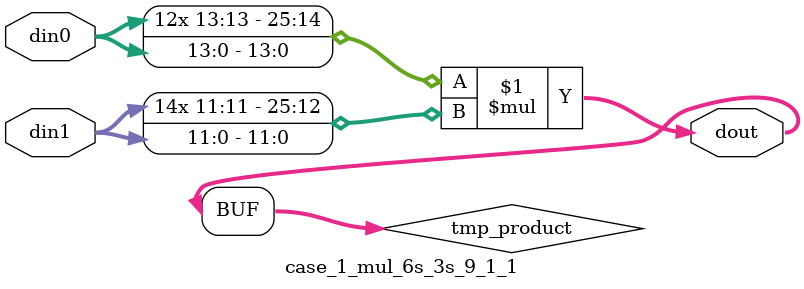
<source format=v>

`timescale 1 ns / 1 ps

 module case_1_mul_6s_3s_9_1_1(din0, din1, dout);
parameter ID = 1;
parameter NUM_STAGE = 0;
parameter din0_WIDTH = 14;
parameter din1_WIDTH = 12;
parameter dout_WIDTH = 26;

input [din0_WIDTH - 1 : 0] din0; 
input [din1_WIDTH - 1 : 0] din1; 
output [dout_WIDTH - 1 : 0] dout;

wire signed [dout_WIDTH - 1 : 0] tmp_product;



























assign tmp_product = $signed(din0) * $signed(din1);








assign dout = tmp_product;





















endmodule

</source>
